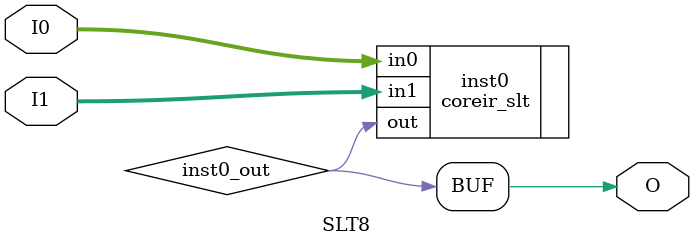
<source format=v>
module SLT8 (input [7:0] I0, input [7:0] I1, output  O);
wire  inst0_out;
coreir_slt inst0 (.in0(I0), .in1(I1), .out(inst0_out));
assign O = inst0_out;
endmodule


</source>
